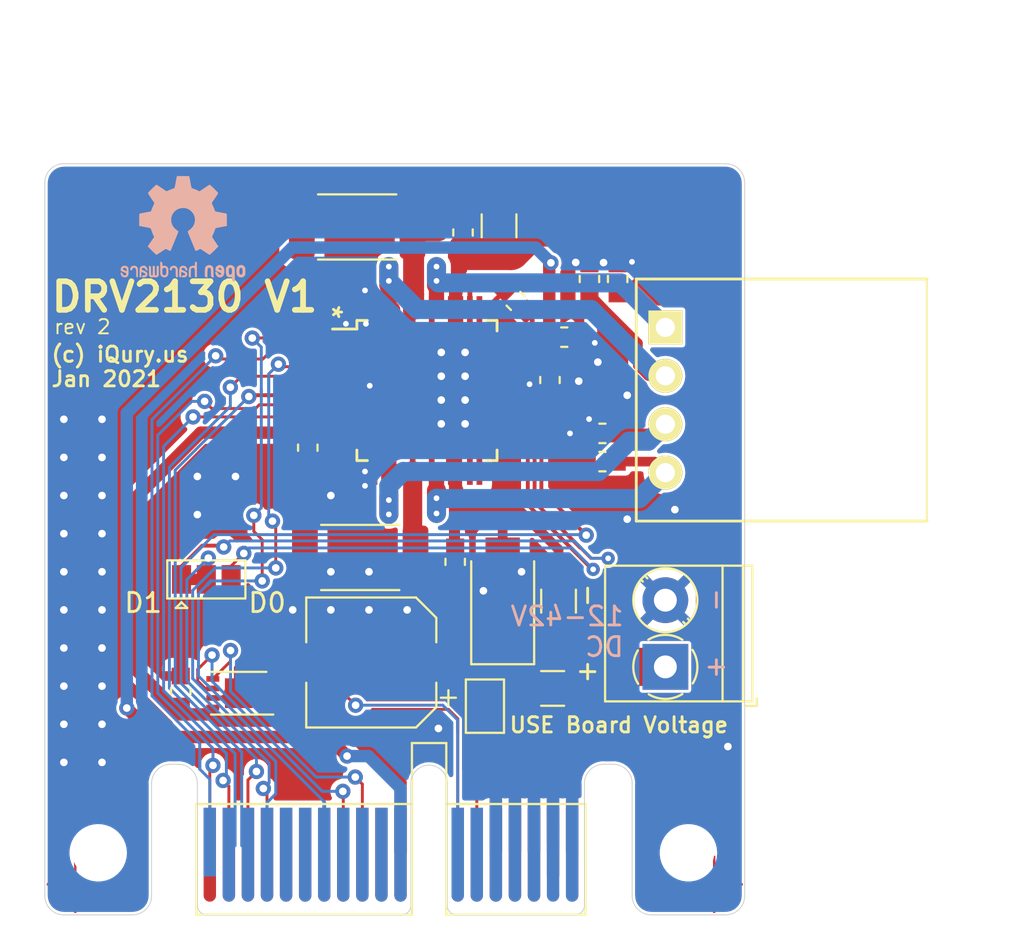
<source format=kicad_pcb>
(kicad_pcb (version 20210108) (generator pcbnew)
  (layers (0 "F.Cu" signal) (31 "B.Cu" signal) (34 "B.Paste" user) (35 "F.Paste" user) (36 "B.SilkS" user "B.Silkscreen") (37 "F.SilkS" user "F.Silkscreen") (38 "B.Mask" user) (39 "F.Mask" user) (44 "Edge.Cuts" user))
  (net 0 "")
  (net 1 "/V_MOTORS")
  (net 2 "GND")
  (net 3 "/MOTA1")
  (net 4 "/MOTA2")
  (net 5 "/MOTB1")
  (net 6 "/MOTB2")
  (net 7 "/~ENABLE")
  (net 8 "/DIR")
  (net 9 "/STEP")
  (net 10 "/ALARM1")
  (net 11 "Net-(C3-Pad1)")
  (net 12 "Net-(C3-Pad2)")
  (net 13 "/ID_1")
  (net 14 "/ID_0")
  (net 15 "/ID_2")
  (net 16 "/SDA")
  (net 17 "/SCL")
  (net 18 "/V_IO")
  (net 19 "Net-(C7-Pad2)")
  (net 20 "Net-(C10-Pad1)")
  (net 21 "Net-(C15-Pad1)")
  (net 22 "/SCK")
  (net 23 "/MISO")
  (net 24 "/MOSI")
  (net 25 "/~CS")
  (net 26 "Net-(JP1-Pad3)")
  (net 27 "Net-(JP1-Pad1)")
  (net 28 "Net-(C9-Pad2)")
  (net 29 "/V_HIGH")
  (net 30 "Net-(F1-Pad1)")
  (net 31 "/5V")
  (net 32 "/CLOCK")
  (footprint "PrntrBoardV2:C_0603_1608Metric" (layer "F.Cu") (at 122.79 89.49 -90)
    (fp_text reference "C6" hide)
    (fp_text value "0.1uF")
  )
  (footprint "PrntrBoardV2:C_0603_1608Metric" (layer "F.Cu") (at 133.69 81.79 135)
    (fp_text reference "C3" hide)
    (fp_text value "0.022uF 50V")
  )
  (footprint "PrntrBoardV2:C_1206_3216Metric" (layer "F.Cu") (at 132.82 77.85 90)
    (fp_text reference "C4" hide)
    (fp_text value "10uF 50V")
  )
  (footprint "PrntrBoardV2:Fiducial_1mm_Dia_2.54mm_Outer_CopperTop" (layer "F.Cu") (at 110.744 76.454)
    (fp_text reference "FID1" hide)
    (fp_text value "Fiducial")
  )
  (footprint "PrntrBoardV2:Fiducial_1mm_Dia_2.54mm_Outer_CopperTop" (layer "F.Cu") (at 144.1 112.4)
    (fp_text reference "FID2" hide)
    (fp_text value "Fiducial")
  )
  (footprint "PrntrBoardV2:Fiducial_1mm_Dia_2.54mm_Outer_CopperTop" (layer "F.Cu") (at 143.764 76.454)
    (fp_text reference "FID3" hide)
    (fp_text value "Fiducial")
  )
  (footprint "PrntrBoardV2:Fiducial_1mm_Dia_2.54mm_Outer_CopperTop" (layer "F.Cu") (at 110.6 112.4)
    (fp_text reference "FID4" hide)
    (fp_text value "Fiducial")
  )
  (footprint "MountingHole:MountingHole_2.7mm_M2.5" (layer "F.Cu") (at 111.8 110.744)
    (fp_text reference "H1" hide)
    (fp_text value "MountingHole")
  )
  (footprint "MountingHole:MountingHole_2.7mm_M2.5" (layer "F.Cu") (at 142.75 110.744)
    (fp_text reference "H2" hide)
    (fp_text value "MountingHole")
  )
  (footprint "Connector_PCBEdge:BUS_PCIexpress" (layer "F.Cu") (at 117.6528 110.1852)
    (fp_text reference "J1" hide)
    (fp_text value "PCIe_Stepper")
  )
  (footprint "PrntrBoardV2:Molex-SL-4POS" (layer "F.Cu") (at 141.54 86.99 90)
    (fp_text reference "J2" hide)
    (fp_text value "Conn_01x04_Male" hide)
  )
  (footprint "PrntrBoardV2:C_0603_1608Metric" (layer "F.Cu") (at 139.04 80.64 -90)
    (fp_text reference "C13" hide)
    (fp_text value "1000pF")
  )
  (footprint "Resistor_SMD:R_2512_6332Metric" (layer "F.Cu") (at 125.54 95.25 180)
    (fp_text reference "R1" hide)
    (fp_text value "0R12")
  )
  (footprint "Resistor_SMD:R_2512_6332Metric" (layer "F.Cu") (at 125.38 77.91 180)
    (fp_text reference "R2" hide)
    (fp_text value "0R12")
  )
  (footprint "PrntrBoardV2:C_0603_1608Metric" (layer "F.Cu") (at 138.24 90.22)
    (fp_text reference "C14" hide)
    (fp_text value "1000pF")
  )
  (footprint "PrntrBoardV2:TDFN-8-1EP_3x2mm_P0.5mm_EP1.56x1.45mm" (layer "F.Cu") (at 119.1708 102.3708 180)
    (fp_text reference "U2" hide)
    (fp_text value "24LC02")
  )
  (footprint "PrntrBoardV2:C_0603_1608Metric" (layer "F.Cu") (at 116.13 102.2575 90)
    (fp_text reference "C16" hide)
    (fp_text value "0.1uF")
  )
  (footprint "Capacitor_SMD:CP_Elec_6.3x7.7" (layer "F.Cu") (at 126.12 100.76 180)
    (fp_text reference "C5" hide)
    (fp_text value "100uV 35V")
  )
  (footprint "PrntrBoardV2:C_1206_3216Metric" (layer "F.Cu") (at 135.94 97.54 -90)
    (fp_text reference "C2" hide)
    (fp_text value "10uF 50V")
  )
  (footprint "PrntrBoardV2:C_0603_1608Metric" (layer "F.Cu") (at 135.49 85.94 90)
    (fp_text reference "C7" hide)
    (fp_text value "4.7uF")
  )
  (footprint "Capacitor_SMD:C_0603_1608Metric" (layer "F.Cu") (at 136.24 83.69)
    (fp_text reference "C8" hide)
    (fp_text value "0.47uF")
  )
  (footprint "PrntrBoardV2:C_0402_1005Metric" (layer "F.Cu") (at 131.14 80.74)
    (fp_text reference "C9" hide)
    (fp_text value "0.1uF 50V")
  )
  (footprint "PrntrBoardV2:C_0402_1005Metric" (layer "F.Cu") (at 130.31 97.44)
    (fp_text reference "C10" hide)
    (fp_text value "0.1uF 50V")
  )
  (footprint "PrntrBoardV2:C_0603_1608Metric" (layer "F.Cu") (at 137.56 80.64 -90)
    (fp_text reference "C11" hide)
    (fp_text value "1000pF")
  )
  (footprint "PrntrBoardV2:C_0402_1005Metric" (layer "F.Cu") (at 129.72 77.65 90)
    (fp_text reference "C15" hide)
    (fp_text value "0.1uF 50V")
  )
  (footprint "TerminalBlock_Phoenix:TerminalBlock_Phoenix_PT-1,5-2-3.5-H_1x02_P3.50mm_Horizontal" (layer "F.Cu") (at 141.54 100.99 90)
    (fp_text reference "J3" hide)
    (fp_text value "Screw_Terminal_01x02")
  )
  (footprint "Jumper:SolderJumper-3_P1.3mm_Bridged12_Pad1.0x1.5mm" (layer "F.Cu") (at 117.47 96.4)
    (fp_text reference "JP1" hide)
    (fp_text value "DIAG_Sel")
  )
  (footprint "Jumper:SolderJumper-2_P1.3mm_Open_TrianglePad1.0x1.5mm" (layer "F.Cu") (at 132.08 103.05 -90)
    (fp_text reference "JP2" hide)
    (fp_text value "Use VM")
  )
  (footprint "PrntrBoardV2:tmc5130-nc" (layer "F.Cu") (at 129.04 86.49)
    (fp_text reference "U1" hide)
    (fp_text value "TMC2130")
  )
  (footprint "PrntrBoardV2:C_0603_1608Metric" (layer "F.Cu") (at 138.24 88.74)
    (fp_text reference "C12" hide)
    (fp_text value "1000pF")
  )
  (footprint "Diode_SMD:D_SMA" (layer "F.Cu") (at 133.01 97.45 90)
    (fp_text reference "D1" hide)
    (fp_text value "SBRT5A50SA")
  )
  (footprint "Fuse:Fuse_1206_3216Metric" (layer "F.Cu") (at 135.63 102.12 180)
    (fp_text reference "F1" hide)
    (fp_text value "3A")
  )
  (footprint "PrntrBoardV2:C_0603_1608Metric" (layer "F.Cu") (at 130.93 78.2 90)
    (fp_text reference "C17" hide)
    (fp_text value "0.1uF")
  )
  (footprint "PrntrBoardV2:C_0603_1608Metric" (layer "F.Cu") (at 130.52 95.48 -90)
    (fp_text reference "C1" hide)
    (fp_text value "0.1uF")
  )
  (footprint "Symbol:OSHW-Logo2_7.3x6mm_SilkScreen" (layer "B.Cu") (at 116.25 78 180)
    (fp_text reference "LOGO1" hide)
    (fp_text value "Logo_Open_Hardware_Large" hide)
  )
  (gr_arc (start 138.8 107.1) (end 139.8 107.1) (angle -90) (layer "Edge.Cuts") (width 0.05))
  (gr_line (start 114.6 107.1) (end 114.6 113) (layer "Edge.Cuts") (width 0.05))
  (gr_line (start 115.6 106.1) (end 116 106.1) (layer "Edge.Cuts") (width 0.05))
  (gr_line (start 130.1 107.1) (end 130.1 113.5) (layer "Edge.Cuts") (width 0.05))
  (gr_arc (start 144.7 113) (end 144.7 114) (angle -90) (layer "Edge.Cuts") (width 0.05))
  (gr_line (start 138.3 106.1) (end 138.8 106.1) (layer "Edge.Cuts") (width 0.05))
  (gr_arc (start 138.3 107.1) (end 138.3 106.1) (angle -90) (layer "Edge.Cuts") (width 0.05))
  (gr_line (start 113.6 114) (end 110 114) (layer "Edge.Cuts") (width 0.05))
  (gr_arc (start 130.6 113.5) (end 130.1 113.5) (angle -90) (layer "Edge.Cuts") (width 0.05))
  (gr_line (start 109 113) (end 109 75.59) (layer "Edge.Cuts") (width 0.05))
  (gr_line (start 130.6 114) (end 136.8 114) (layer "Edge.Cuts") (width 0.05))
  (gr_arc (start 116 107.1) (end 117 107.1) (angle -90) (layer "Edge.Cuts") (width 0.05))
  (gr_line (start 117 107.1) (end 117 113.5) (layer "Edge.Cuts") (width 0.05))
  (gr_line (start 128.2 113.5) (end 128.2 107.1) (layer "Edge.Cuts") (width 0.05))
  (gr_line (start 117.5 114) (end 127.7 114) (layer "Edge.Cuts") (width 0.05))
  (gr_arc (start 129.15 107.1) (end 130.099999 107.1) (angle -180) (layer "Edge.Cuts") (width 0.05))
  (gr_arc (start 110 75.59) (end 110 74.59) (angle -90) (layer "Edge.Cuts") (width 0.05))
  (gr_line (start 144.7 74.59) (end 110 74.59) (layer "Edge.Cuts") (width 0.05))
  (gr_arc (start 136.8 113.5) (end 136.8 114) (angle -90) (layer "Edge.Cuts") (width 0.05))
  (gr_arc (start 115.6 107.1) (end 114.6 107.1) (angle 90) (layer "Edge.Cuts") (width 0.05))
  (gr_arc (start 144.7 75.59) (end 145.7 75.59) (angle -90) (layer "Edge.Cuts") (width 0.05))
  (gr_arc (start 127.7 113.5) (end 127.7 113.999999) (angle -90) (layer "Edge.Cuts") (width 0.05))
  (gr_line (start 139.8 113) (end 139.8 107.1) (layer "Edge.Cuts") (width 0.05))
  (gr_arc (start 140.8 113) (end 139.8 113) (angle -90) (layer "Edge.Cuts") (width 0.05))
  (gr_line (start 140.8 114) (end 144.7 114) (layer "Edge.Cuts") (width 0.05))
  (gr_arc (start 110 113) (end 109 113) (angle -90) (layer "Edge.Cuts") (width 0.05))
  (gr_arc (start 117.5 113.5) (end 117 113.5) (angle -90) (layer "Edge.Cuts") (width 0.05))
  (gr_arc (start 113.6 113) (end 113.6 114) (angle -90) (layer "Edge.Cuts") (width 0.05))
  (gr_line (start 145.7 113) (end 145.7 75.59) (layer "Edge.Cuts") (width 0.05))
  (gr_line (start 137.3 113.5) (end 137.3 107.1) (layer "Edge.Cuts") (width 0.05))
  (gr_text "+   -" (at 144.29 99.24 270) (layer "B.SilkS") (effects (font (size 1 1)) (justify mirror)))
  (gr_text "12-42V\nDC" (at 139.44 99.14) (layer "B.SilkS") (effects (font (size 1 1)) (justify left mirror)))
  (gr_text "DRV2130 V1" (at 116.328571 81.58) (layer "F.SilkS") (effects (font (size 1.5 1.5) (thickness 0.3))))
  (gr_text "(c) iQury.us\nJan 2021" (at 109.27 85.24) (layer "F.SilkS") (effects (font (size 0.8 0.8)) (justify left)))
  (gr_text "D0" (at 120.66 97.63) (layer "F.SilkS") (effects (font (size 1 1))))
  (gr_text "-" (at 137.54 97.24 270) (layer "F.SilkS") (effects (font (size 1 1))))
  (gr_text "D1" (at 114.16 97.63) (layer "F.SilkS") (effects (font (size 1 1))))
  (gr_text "USE Board Voltage" (at 133.29 104.04) (layer "F.SilkS") (effects (font (size 0.8 0.8)) (justify left)))
  (gr_text "rev 2" (at 110.97 83.15) (layer "F.SilkS") (effects (font (size 0.75 0.75) (thickness 0.1))))
  (gr_text "+" (at 137.54 101.24 270) (layer "F.SilkS") (effects (font (size 1 1))))
  (gr_text "*" (at 124.02 82.374 270) (layer "F.SilkS") (effects (font (size 1 1))))
  (segment (start 132.6528 106.5972) (end 132.6528 110.6852) (width 0.65) (layer "F.Cu") (net 1))
  (segment (start 133.6528 107.3428) (end 132.12 105.81) (width 0.65) (layer "F.Cu") (net 1))
  (segment (start 136.6528 106.6278) (end 136.6222 106.5972) (width 0.65) (layer "F.Cu") (net 1))
  (segment (start 136.6222 106.5972) (end 132.6528 106.5972) (width 0.65) (layer "F.Cu") (net 1))
  (segment (start 134.6528 110.6852) (end 134.6528 106.8472) (width 0.65) (layer "F.Cu") (net 1))
  (segment (start 133.6528 110.6852) (end 133.6528 107.3428) (width 0.65) (layer "F.Cu") (net 1))
  (segment (start 132.6528 106.5972) (end 132.11 104.33) (width 1.5) (layer "F.Cu") (net 1))
  (segment (start 136.6528 110.6852) (end 136.6528 106.6278) (width 0.65) (layer "F.Cu") (net 1))
  (segment (start 135.6528 110.1852) (end 135.64 106.65) (width 0.65) (layer "F.Cu") (net 1))
  (segment (start 126.29 81.74) (end 126.29 83.294) (width 0.254) (layer "F.Cu") (net 2))
  (segment (start 131.29 97.0375) (end 130.52 96.2675) (width 1) (layer "F.Cu") (net 2))
  (segment (start 131.79 88.99) (end 131.04 88.24) (width 0.254) (layer "F.Cu") (net 2))
  (segment (start 133 97) (end 134 96) (width 1) (layer "F.Cu") (net 2))
  (segment (start 132.236 83.74) (end 129.486 86.49) (width 0.254) (layer "F.Cu") (net 2))
  (segment (start 139.04 79.8525) (end 138.14 79.8525) (width 0.508) (layer "F.Cu") (net 2))
  (segment (start 126.29 82.54) (end 125.84 82.99) (width 0.254) (layer "F.Cu") (net 2))
  (segment (start 133.24 83.74) (end 132.236 83.74) (width 0.254) (layer "F.Cu") (net 2))
  (segment (start 124.84 86.24) (end 128.79 86.24) (width 0.254) (layer "F.Cu") (net 2))
  (segment (start 136.86 82.6) (end 137.01 82.6) (width 0.508) (layer "F.Cu") (net 2))
  (segment (start 133.24 85.74) (end 134.0027 85.74) (width 0.25) (layer "F.Cu") (net 2))
  (segment (start 136.57 80.04) (end 136.57 82.31) (width 0.508) (layer "F.Cu") (net 2))
  (segment (start 131.29 97.71) (end 131.29 97.0375) (width 1) (layer "F.Cu") (net 2))
  (segment (start 136.9225 79.8525) (end 136.84 79.77) (width 0.508) (layer "F.Cu") (net 2))
  (segment (start 131.79 90.69) (end 131.79 88.99) (width 0.254) (layer "F.Cu") (net 2))
  (segment (start 137.54 83.69) (end 137.84 83.99) (width 0.25) (layer "F.Cu") (net 2))
  (segment (start 134.4213 86.1586) (end 134.9211 86.1586) (width 0.25) (layer "F.Cu") (net 2))
  (segment (start 126.29 90.99) (end 125.79 91.49) (width 0.25) (layer "F.Cu") (net 2))
  (segment (start 126.29 83.294) (end 129.04 86.044) (width 0.254) (layer "F.Cu") (net 2))
  (segment (start 133.24 86.24) (end 134.3399 86.24) (width 0.25) (layer "F.Cu") (net 2))
  (segment (start 126.29 90.09) (end 129.04 87.34) (width 0.254) (layer "F.Cu") (net 2))
  (segment (start 138.14 79.8525) (end 136.9225 79.8525) (width 0.508) (layer "F.Cu") (net 2))
  (segment (start 134.0027 85.74) (end 134.4213 86.1586) (width 0.25) (layer "F.Cu") (net 2))
  (segment (start 131.29 97.71) (end 130 99) (width 1) (layer "F.Cu") (net 2))
  (segment (start 132 97) (end 133 97) (width 1) (layer "F.Cu") (net 2))
  (segment (start 136.84 79.77) (end 136.57 80.04) (width 0.508) (layer "F.Cu") (net 2))
  (segment (start 124.84 83.74) (end 126.54 83.74) (width 0.254) (layer "F.Cu") (net 2))
  (segment (start 126.54 83.74) (end 127.29 84.49) (width 0.254) (layer "F.Cu") (net 2))
  (segment (start 137.0275 83.69) (end 137.54 83.69) (width 0.25) (layer "F.Cu") (net 2))
  (segment (start 134.9211 86.1586) (end 135.49 86.7275) (width 0.25) (layer "F.Cu") (net 2))
  (segment (start 133.24 86.24) (end 129.29 86.24) (width 0.254) (layer "F.Cu") (net 2))
  (segment (start 137.01 82.6) (end 137.0275 82.6175) (width 0.508) (layer "F.Cu") (net 2))
  (segment (start 134.3399 86.24) (end 134.4213 86.1586) (width 0.25) (layer "F.Cu") (net 2))
  (segment (start 133.01 95.99) (end 131.29 97.71) (width 1) (layer "F.Cu") (net 2))
  (segment (start 117.8108 102.6208) (end 118.9208 102.6208) (width 0.254) (layer "F.Cu") (net 2))
  (segment (start 126.29 81.74) (end 125.79 81.24) (width 0.254) (layer "F.Cu") (net 2))
  (segment (start 136.57 82.31) (end 136.86 82.6) (width 0.508) (layer "F.Cu") (net 2))
  (segment (start 137.0275 82.6175) (end 137.0275 83.69) (width 0.508) (layer "F.Cu") (net 2))
  (via (at 131.04 86.99) (size 0.8) (drill 0.4) (layers "F.Cu" "B.Cu") (net 2))
  (via (at 131.04 85.74) (size 0.8) (drill 0.4) (layers "F.Cu" "B.Cu") (net 2))
  (via (at 131.04 84.49) (size 0.8) (drill 0.4) (layers "F.Cu" "B.Cu") (net 2))
  (via (at 131.04 88.24) (size 0.8) (drill 0.4) (layers "F.Cu" "B.Cu") (net 2))
  (via (at 129.79 88.24) (size 0.8) (drill 0.4) (layers "F.Cu" "B.Cu") (net 2))
  (via (at 129.79 84.49) (size 0.8) (drill 0.4) (layers "F.Cu" "B.Cu") (net 2))
  (via (at 129.79 85.74) (size 0.8) (drill 0.4) (layers "F.Cu" "B.Cu") (net 2))
  (via (at 129.79 86.99) (size 0.8) (drill 0.4) (layers "F.Cu" "B.Cu") (net 2))
  (via (at 139.54 86.74) (size 0.8) (drill 0.4) (layers "F.Cu" "B.Cu") (net 2))
  (via (at 112 88) (size 0.8) (drill 0.4) (layers "F.Cu" "B.Cu") (net 2))
  (via (at 126 98) (size 0.8) (drill 0.4) (layers "F.Cu" "B.Cu") (net 2))
  (via (at 110 98) (size 0.8) (drill 0.4) (layers "F.Cu" "B.Cu") (net 2))
  (via (at 117 93) (size 0.8) (drill 0.4) (layers "F.Cu" "B.Cu") (net 2))
  (via (at 142.04 92.74) (size 0.8) (drill 0.4) (layers "F.Cu" "B.Cu") (net 2))
  (via (at 125.79 81.24) (size 0.7) (drill 0.3) (layers "F.Cu" "B.Cu") (net 2))
  (via (at 117 91) (size 0.8) (drill 0.4) (layers "F.Cu" "B.Cu") (net 2))
  (via (at 134.4213 86.1586) (size 0.7) (drill 0.3) (layers "F.Cu" "B.Cu") (net 2))
  (via (at 124 98) (size 0.8) (drill 0.4) (layers "F.Cu" "B.Cu") (net 2))
  (via (at 126 96) (size 0.8) (drill 0.4) (layers "F.Cu" "B.Cu") (net 2))
  (via (at 125.79 91.49) (size 0.7) (drill 0.3) (layers "F.Cu" "B.Cu") (net 2))
  (via (at 139.79 79.74) (size 0.7) (drill 0.3) (layers "F.Cu" "B.Cu") (net 2))
  (via (at 125.79 90.74) (size 0.7) (drill 0.3) (layers "F.Cu" "B.Cu") (net 2))
  (via (at 124 96) (size 0.8) (drill 0.4) (layers "F.Cu" "B.Cu") (net 2))
  (via (at 110 106) (size 0.8) (drill 0.4) (layers "F.Cu" "B.Cu") (net 2))
  (via (at 138.3 79.78) (size 0.8) (drill 0.4) (layers "F.Cu" "B.Cu") (net 2))
  (via (at 110 96) (size 0.8) (drill 0.4) (layers "F.Cu" "B.Cu") (net 2))
  (via (at 112 94) (size 0.8) (drill 0.4) (layers "F.Cu" "B.Cu") (net 2))
  (via (at 125.84 82.99) (size 0.7) (drill 0.3) (layers "F.Cu" "B.Cu") (net 2))
  (via (at 112 96) (size 0.8) (drill 0.4) (layers "F.Cu" "B.Cu") (net 2))
  (via (at 137.84 83.99) (size 0.7) (drill 0.3) (layers "F.Cu" "B.Cu") (net 2))
  (via (at 112 98) (size 0.8) (drill 0.4) (layers "F.Cu" "B.Cu") (net 2))
  (via (at 139.54 93.24) (size 0.8) (drill 0.4) (layers "F.Cu" "B.Cu") (net 2))
  (via (at 112 100) (size 0.8) (drill 0.4) (layers "F.Cu" "B.Cu") (net 2))
  (via (at 110 88) (size 0.8) (drill 0.4) (layers "F.Cu" "B.Cu") (net 2))
  (via (at 110 94) (size 0.8) (drill 0.4) (layers "F.Cu" "B.Cu") (net 2))
  (via (at 122 98) (size 0.8) (drill 0.4) (layers "F.Cu" "B.Cu") (net 2))
  (via (at 138 85) (size 0.8) (drill 0.4) (layers "F.Cu" "B.Cu") (net 2))
  (via (at 112 92) (size 0.8) (drill 0.4) (layers "F.Cu" "B.Cu") (net 2))
  (via (at 126.04 86.24) (size 0.7) (drill 0.3) (layers "F.Cu" "B.Cu") (net 2))
  (via (at 112 102) (size 0.8) (drill 0.4) (layers "F.Cu" "B.Cu") (net 2))
  (via (at 124 92) (size 0.8) (drill 0.4) (layers "F.Cu" "B.Cu") (net 2))
  (via (at 128 98) (size 0.8) (drill 0.4) (layers "F.Cu" "B.Cu") (net 2))
  (via (at 112 106) (size 0.8) (drill 0.4) (layers "F.Cu" "B.Cu") (net 2))
  (via (at 137.54 87.99) (size 0.7) (drill 0.3) (layers "F.Cu" "B.Cu") (net 2))
  (via (at 129.64 104.22) (size 0.8) (drill 0.4) (layers "F.Cu" "B.Cu") (net 2))
  (via (at 112 90) (size 0.8) (drill 0.4) (layers "F.Cu" "B.Cu") (net 2))
  (via (at 110 100) (size 0.8) (drill 0.4) (layers "F.Cu" "B.Cu") (net 2))
  (via (at 144.82 105.17) (size 0.8) (drill 0.4) (layers "F.Cu" "B.Cu") (net 2))
  (via (at 110 90) (size 0.8) (drill 0.4) (layers "F.Cu" "B.Cu") (net 2))
  (via (at 136.54 88.74) (size 0.7) (drill 0.3) (layers "F.Cu" "B.Cu") (net 2))
  (via (at 124.79 82.99) (size 0.7) (drill 0.3) (layers "F.Cu" "B.Cu") (net 2))
  (via (at 137 86) (size 0.8) (drill 0.4) (layers "F.Cu" "B.Cu") (net 2))
  (via (at 110 92) (size 0.8) (drill 0.4) (layers "F.Cu" "B.Cu") (net 2))
  (via (at 110 104) (size 0.8) (drill 0.4) (layers "F.Cu" "B.Cu") (net 2))
  (via (at 110 102) (size 0.8) (drill 0.4) (layers "F.Cu" "B.Cu") (net 2))
  (via (at 112 104) (size 0.8) (drill 0.4) (layers "F.Cu" "B.Cu") (net 2))
  (via (at 134 96) (size 0.8) (drill 0.4) (layers "F.Cu" "B.Cu") (net 2))
  (via (at 136.84 79.77) (size 0.8) (drill 0.4) (layers "F.Cu" "B.Cu") (net 2))
  (via (at 132 97) (size 0.8) (drill 0.4) (layers "F.Cu" "B.Cu") (net 2))
  (via (at 119 91) (size 0.8) (drill 0.4) (layers "F.Cu" "B.Cu") (net 2))
  (segment (start 135.6528 110.6852) (end 135.6528 107.0972) (width 0.65) (layer "B.Cu") (net 2))
  (segment (start 134.6528 110.6852) (end 134.6528 107.7352) (width 0.65) (layer "B.Cu") (net 2))
  (segment (start 136.6528 110.6852) (end 136.6528 107.7352) (width 0.65) (layer "B.Cu") (net 2))
  (segment (start 133.6528 110.6852) (end 133.6528 107.5972) (width 0.65) (layer "B.Cu") (net 2))
  (segment (start 134.6528 107.7352) (end 134.75 107.638) (width 0.65) (layer "B.Cu") (net 2))
  (segment (start 132.6528 110.6852) (end 132.6528 107.7352) (width 0.65) (layer "B.Cu") (net 2))
  (segment (start 136.6528 107.7352) (end 136.5 107.5824) (width 0.65) (layer "B.Cu") (net 2))
  (segment (start 136.5 107.5824) (end 136.5 107) (width 0.65) (layer "B.Cu") (net 2))
  (segment (start 140.64 85.72) (end 141.54 85.72) (width 0.508) (layer "F.Cu") (net 3))
  (segment (start 138.323 82.2275) (end 140.1 84.0045) (width 0.508) (layer "F.Cu") (net 3))
  (segment (start 127.04 82.04) (end 127.23759 82.23759) (width 0.8) (layer "F.Cu") (net 3))
  (segment (start 127.04 79.99) (end 127.04 80.965678) (width 1) (layer "F.Cu") (net 3))
  (segment (start 140.1 85.18) (end 140.64 85.72) (width 0.508) (layer "F.Cu") (net 3))
  (segment (start 140.1 84.0045) (end 140.1 85.18) (width 0.508) (layer "F.Cu") (net 3))
  (segment (start 127.04 80.74) (end 127.04 82.04) (width 0.8) (layer "F.Cu") (net 3))
  (segment (start 137.56 81.4275) (end 138.323 82.2275) (width 0.508) (layer "F.Cu") (net 3))
  (via (at 127.04 80.74) (size 0.7) (drill 0.3) (layers "F.Cu" "B.Cu") (net 3))
  (via (at 127.04 79.99) (size 0.7) (drill 0.3) (layers "F.Cu" "B.Cu") (net 3))
  (segment (start 128.54 82.24) (end 137.647678 82.24) (width 1) (layer "B.Cu") (net 3))
  (segment (start 141.127678 85.72) (end 141.54 85.72) (width 1) (layer "B.Cu") (net 3))
  (segment (start 137.647678 82.24) (end 141.127678 85.72) (width 1) (layer "B.Cu") (net 3))
  (segment (start 128.54 82.24) (end 127.04 80.74) (width 1) (layer "B.Cu") (net 3))
  (segment (start 127.04 79.99) (end 127.04 80.74) (width 1) (layer "B.Cu") (net 3))
  (segment (start 139.7875 81.4275) (end 141.54 83.18) (width 0.508) (layer "F.Cu") (net 4))
  (segment (start 129.54 82.04) (end 129.54 80.74) (width 0.8) (layer "F.Cu") (net 4))
  (segment (start 129.54 79.99) (end 129.54 80.965678) (width 1) (layer "F.Cu") (net 4))
  (segment (start 129.34241 82.23759) (end 129.34241 82.29) (width 0.8) (layer "F.Cu") (net 4))
  (segment (start 139.04 81.4275) (end 139.7875 81.4275) (width 0.508) (layer "F.Cu") (net 4))
  (segment (start 129.54 82.04) (end 129.34241 82.23759) (width 0.8) (layer "F.Cu") (net 4))
  (via (at 129.54 80.74) (size 0.7) (drill 0.3) (layers "F.Cu" "B.Cu") (net 4))
  (via (at 129.54 79.99) (size 0.7) (drill 0.3) (layers "F.Cu" "B.Cu") (net 4))
  (segment (start 141.54 83.18) (end 139.202401 80.842401) (width 1) (layer "B.Cu") (net 4))
  (segment (start 129.54 79.99) (end 129.54 80.74) (width 1) (layer "B.Cu") (net 4))
  (segment (start 129.642401 80.842401) (end 129.54 80.74) (width 1) (layer "B.Cu") (net 4))
  (segment (start 139.202401 80.842401) (end 129.642401 80.842401) (width 1) (layer "B.Cu") (net 4))
  (segment (start 127.04 92.014322) (end 127.04 90.94) (width 0.8) (layer "F.Cu") (net 5))
  (segment (start 139.0275 88.74) (end 141.06 88.74) (width 0.508) (layer "F.Cu") (net 5))
  (segment (start 127.23759 90.74241) (end 127.23759 90.69) (width 0.8) (layer "F.Cu") (net 5))
  (segment (start 141.06 88.74) (end 141.54 88.26) (width 0.508) (layer "F.Cu") (net 5))
  (segment (start 127.04 90.94) (end 127.23759 90.74241) (width 0.8) (layer "F.Cu") (net 5))
  (segment (start 127.04 92.99) (end 127.04 92.014322) (width 1) (layer "F.Cu") (net 5))
  (via (at 127.04 92.99) (size 0.7) (drill 0.3) (layers "F.Cu" "B.Cu") (net 5))
  (via (at 127.04 92.24) (size 0.7) (drill 0.3) (layers "F.Cu" "B.Cu") (net 5))
  (segment (start 139.631001 89.148999) (end 138.04 90.74) (width 1) (layer "B.Cu") (net 5))
  (segment (start 141.54 88.26) (end 140.651001 89.148999) (width 1) (layer "B.Cu") (net 5))
  (segment (start 127.79 90.74) (end 127.04 91.49) (width 1) (layer "B.Cu") (net 5))
  (segment (start 140.651001 89.148999) (end 139.631001 89.148999) (width 1) (layer "B.Cu") (net 5))
  (segment (start 138.04 90.74) (end 127.79 90.74) (width 1) (layer "B.Cu") (net 5))
  (segment (start 127.04 91.49) (end 127.04 92.99) (width 1) (layer "B.Cu") (net 5))
  (segment (start 129.54 90.94) (end 129.34241 90.74241) (width 0.8) (layer "F.Cu") (net 6))
  (segment (start 140.96 90.22) (end 141.54 90.8) (width 0.508) (layer "F.Cu") (net 6))
  (segment (start 129.54 91.74) (end 129.54 90.94) (width 0.8) (layer "F.Cu") (net 6))
  (segment (start 129.54 92.94) (end 129.54 91.74) (width 1) (layer "F.Cu") (net 6))
  (segment (start 129.34241 90.74241) (end 129.34241 90.69) (width 0.8) (layer "F.Cu") (net 6))
  (segment (start 139.0275 90.22) (end 140.96 90.22) (width 0.508) (layer "F.Cu") (net 6))
  (via (at 129.54 92.14) (size 0.7) (drill 0.3) (layers "F.Cu" "B.Cu") (net 6))
  (via (at 129.54 92.94) (size 0.7) (drill 0.3) (layers "F.Cu" "B.Cu") (net 6))
  (segment (start 141.54 90.8) (end 140.18 92.16) (width 1) (layer "B.Cu") (net 6))
  (segment (start 129.56 92.16) (end 129.54 92.14) (width 1) (layer "B.Cu") (net 6))
  (segment (start 129.54 92.14) (end 129.54 92.94) (width 1) (layer "B.Cu") (net 6))
  (segment (start 140.18 92.16) (end 129.56 92.16) (width 1) (layer "B.Cu") (net 6))
  (segment (start 134.1932 87.24) (end 135.04 88.0868) (width 0.2032) (layer "F.Cu") (net 7))
  (segment (start 119.6528 106.924296) (end 120.098519 106.478577) (width 0.1524) (layer "F.Cu") (net 7))
  (segment (start 135.04 88.0868) (end 135.04 91.73) (width 0.2032) (layer "F.Cu") (net 7))
  (segment (start 133.24 87.24) (end 134.1932 87.24) (width 0.2032) (layer "F.Cu") (net 7))
  (segment (start 119.6528 110.6852) (end 119.6528 106.924296) (width 0.1524) (layer "F.Cu") (net 7))
  (segment (start 135.04 91.73) (end 137.39 94.08) (width 0.2032) (layer "F.Cu") (net 7))
  (via (at 137.39 94.08) (size 0.8) (drill 0.4) (layers "F.Cu" "B.Cu") (net 7))
  (via (at 120.098519 106.478577) (size 0.8) (drill 0.4) (layers "F.Cu" "B.Cu") (net 7))
  (segment (start 116.144055 95.784877) (end 116.144055 101.850851) (width 0.1524) (layer "B.Cu") (net 7))
  (segment (start 116.144055 101.850851) (end 120.098519 105.805315) (width 0.1524) (layer "B.Cu") (net 7))
  (segment (start 137.39 94.08) (end 137.361399 94.051399) (width 0.1524) (layer "B.Cu") (net 7))
  (segment (start 117.877533 94.051399) (end 116.144055 95.784877) (width 0.1524) (layer "B.Cu") (net 7))
  (segment (start 120.098519 105.805315) (end 120.098519 106.478577) (width 0.1524) (layer "B.Cu") (net 7))
  (segment (start 137.361399 94.051399) (end 117.877533 94.051399) (width 0.1524) (layer "B.Cu") (net 7))
  (segment (start 123.184579 87.875421) (end 123.32 87.74) (width 0.1524) (layer "F.Cu") (net 8))
  (segment (start 116.775421 87.875421) (end 123.184579 87.875421) (width 0.1524) (layer "F.Cu") (net 8))
  (segment (start 123.32 87.74) (end 124.84 87.74) (width 0.1524) (layer "F.Cu") (net 8))
  (segment (start 118.6528 110.6852) (end 118.6528 107.2528) (width 0.1524) (layer "F.Cu") (net 8))
  (segment (start 124.84 87.74) (end 123.8868 87.74) (width 0.2032) (layer "F.Cu") (net 8))
  (segment (start 118.6528 107.2528) (end 118.350505 106.950505) (width 0.1524) (layer "F.Cu") (net 8))
  (via (at 116.775421 87.875421) (size 0.8) (drill 0.4) (layers "F.Cu" "B.Cu") (net 8))
  (via (at 118.350505 106.950505) (size 0.8) (drill 0.4) (layers "F.Cu" "B.Cu") (net 8))
  (segment (start 118.521399 106.779611) (end 118.350505 106.950505) (width 0.1524) (layer "B.Cu") (net 8))
  (segment (start 115.229622 102.248554) (end 118.521399 105.540331) (width 0.1524) (layer "B.Cu") (net 8))
  (segment (start 115.229622 89.42122) (end 115.229622 102.248554) (width 0.1524) (layer "B.Cu") (net 8))
  (segment (start 118.521399 105.540331) (end 118.521399 106.779611) (width 0.1524) (layer "B.Cu") (net 8))
  (segment (start 116.775421 87.875421) (end 115.229622 89.42122) (width 0.1524) (layer "B.Cu") (net 8))
  (segment (start 117.6528 106.322599) (end 117.818789 106.15661) (width 0.1524) (layer "F.Cu") (net 9))
  (segment (start 117.6528 110.6852) (end 117.6528 106.322599) (width 0.1524) (layer "F.Cu") (net 9))
  (segment (start 117.38 87.06) (end 117.73 87.06) (width 0.1524) (layer "F.Cu") (net 9))
  (segment (start 124.76 87.32) (end 124.84 87.24) (width 0.1524) (layer "F.Cu") (net 9))
  (segment (start 120.053139 87.435189) (end 117.755189 87.435189) (width 0.1524) (layer "F.Cu") (net 9))
  (segment (start 124.84 87.24) (end 123.889709 87.24) (width 0.2032) (layer "F.Cu") (net 9))
  (segment (start 120.248328 87.24) (end 120.053139 87.435189) (width 0.1524) (layer "F.Cu") (net 9))
  (segment (start 124.84 87.24) (end 120.248328 87.24) (width 0.1524) (layer "F.Cu") (net 9))
  (segment (start 117.755189 87.435189) (end 117.38 87.06) (width 0.1524) (layer "F.Cu") (net 9))
  (via (at 117.818789 106.15661) (size 0.8) (drill 0.4) (layers "F.Cu" "B.Cu") (net 9))
  (via (at 117.38 87.06) (size 0.8) (drill 0.4) (layers "F.Cu" "B.Cu") (net 9))
  (segment (start 114.924811 102.374811) (end 117.818789 105.268789) (width 0.1524) (layer "B.Cu") (net 9))
  (segment (start 114.924811 88.837041) (end 114.924811 102.374811) (width 0.1524) (layer "B.Cu") (net 9))
  (segment (start 117.38 87.06) (end 116.701852 87.06) (width 0.1524) (layer "B.Cu") (net 9))
  (segment (start 116.701852 87.06) (end 114.924811 88.837041) (width 0.1524) (layer "B.Cu") (net 9))
  (segment (start 117.818789 105.268789) (end 117.818789 106.15661) (width 0.1524) (layer "B.Cu") (net 9))
  (segment (start 117.648845 96.221155) (end 117.648845 95.355104) (width 0.1524) (layer "F.Cu") (net 10))
  (segment (start 120.6528 107.5628) (end 120.46 107.37) (width 0.1524) (layer "F.Cu") (net 10))
  (segment (start 120.6528 110.6852) (end 120.6528 107.5628) (width 0.1524) (layer "F.Cu") (net 10))
  (segment (start 117.648845 95.355104) (end 117.575954 95.282213) (width 0.1524) (layer "F.Cu") (net 10))
  (via (at 117.575954 95.282213) (size 0.8) (drill 0.4) (layers "F.Cu" "B.Cu") (net 10))
  (via (at 120.46 107.37) (size 0.8) (drill 0.4) (layers "F.Cu" "B.Cu") (net 10))
  (segment (start 120.46 107.37) (end 120.764979 107.065021) (width 0.1524) (layer "B.Cu") (net 10))
  (segment (start 120.764979 106.040707) (end 116.448866 101.724594) (width 0.1524) (layer "B.Cu") (net 10))
  (segment (start 116.448866 101.724594) (end 116.448866 96.409301) (width 0.1524) (layer "B.Cu") (net 10))
  (segment (start 116.448866 96.409301) (end 117.575954 95.282213) (width 0.1524) (layer "B.Cu") (net 10))
  (segment (start 120.764979 107.065021) (end 120.764979 106.040707) (width 0.1524) (layer "B.Cu") (net 10))
  (segment (start 133.310599 84.169401) (end 134.213521 84.169401) (width 0.254) (layer "F.Cu") (net 11))
  (segment (start 134.556206 83.826716) (end 134.556206 82.656206) (width 0.254) (layer "F.Cu") (net 11))
  (segment (start 134.556206 82.656206) (end 134.246847 82.346847) (width 0.254) (layer "F.Cu") (net 11))
  (segment (start 134.213521 84.169401) (end 134.556206 83.826716) (width 0.254) (layer "F.Cu") (net 11))
  (segment (start 133.24 84.24) (end 133.310599 84.169401) (width 0.254) (layer "F.Cu") (net 11))
  (segment (start 132.076306 82.29) (end 133.133153 81.233153) (width 0.254) (layer "F.Cu") (net 12))
  (segment (start 131.79 82.29) (end 132.076306 82.29) (width 0.254) (layer "F.Cu") (net 12))
  (segment (start 124.918284 102.6208) (end 125.298543 103.001059) (width 0.1524) (layer "F.Cu") (net 13))
  (segment (start 120.5308 102.6208) (end 124.918284 102.6208) (width 0.1524) (layer "F.Cu") (net 13))
  (via (at 125.298543 103.001059) (size 0.8) (drill 0.4) (layers "F.Cu" "B.Cu") (net 13))
  (segment (start 130.6528 103.7828) (end 129.871059 103.001059) (width 0.1524) (layer "B.Cu") (net 13))
  (segment (start 129.871059 103.001059) (end 125.298543 103.001059) (width 0.1524) (layer "B.Cu") (net 13))
  (segment (start 130.6528 110.6852) (end 130.6528 103.7828) (width 0.1524) (layer "B.Cu") (net 13))
  (segment (start 130.6528 103.7028) (end 130.6528 110.6852) (width 0.1524) (layer "F.Cu") (net 14))
  (segment (start 130.17 103.22) (end 130.6528 103.7028) (width 0.1524) (layer "F.Cu") (net 14))
  (segment (start 120.5308 103.1208) (end 124.487954 103.1208) (width 0.1524) (layer "F.Cu") (net 14))
  (segment (start 124.487954 103.1208) (end 125.069954 103.7028) (width 0.1524) (layer "F.Cu") (net 14))
  (segment (start 125.7072 103.7028) (end 126.19 103.22) (width 0.1524) (layer "F.Cu") (net 14))
  (segment (start 125.069954 103.7028) (end 125.7072 103.7028) (width 0.1524) (layer "F.Cu") (net 14))
  (segment (start 130.6528 103.7028) (end 130.6528 104.4428) (width 0.1524) (layer "F.Cu") (net 14))
  (segment (start 126.19 103.22) (end 130.17 103.22) (width 0.1524) (layer "F.Cu") (net 14))
  (segment (start 130.957611 102.947611) (end 130.73 102.72) (width 0.1524) (layer "F.Cu") (net 15))
  (segment (start 125.906474 102.72) (end 125.277873 102.091399) (width 0.1524) (layer "F.Cu") (net 15))
  (segment (start 130.957611 106.376543) (end 130.957611 102.947611) (width 0.1524) (layer "F.Cu") (net 15))
  (segment (start 130.73 102.72) (end 125.906474 102.72) (width 0.1524) (layer "F.Cu") (net 15))
  (segment (start 125.277873 102.091399) (end 120.560201 102.091399) (width 0.1524) (layer "F.Cu") (net 15))
  (segment (start 131.6528 107.071732) (end 130.957611 106.376543) (width 0.1524) (layer "F.Cu") (net 15))
  (segment (start 131.6528 110.6852) (end 131.6528 107.071732) (width 0.1524) (layer "F.Cu") (net 15))
  (segment (start 118.03 101.4016) (end 117.8108 101.6208) (width 0.1524) (layer "F.Cu") (net 16))
  (segment (start 125.6528 107.1428) (end 125.28 106.77) (width 0.1524) (layer "F.Cu") (net 16))
  (segment (start 117.8108 101.6208) (end 118.74 100.6916) (width 0.1524) (layer "F.Cu") (net 16))
  (segment (start 118.74 100.6916) (end 118.74 100.13) (width 0.1524) (layer "F.Cu") (net 16))
  (segment (start 125.6528 110.6852) (end 125.6528 107.1428) (width 0.1524) (layer "F.Cu") (net 16))
  (via (at 125.28 106.77) (size 0.8) (drill 0.4) (layers "F.Cu" "B.Cu") (net 16))
  (via (at 118.74 100.13) (size 0.8) (drill 0.4) (layers "F.Cu" "B.Cu") (net 16))
  (segment (start 123.229671 106.77) (end 118.74 102.28033) (width 0.1524) (layer "B.Cu") (net 16))
  (segment (start 118.74 102.28033) (end 118.74 100.13) (width 0.1524) (layer "B.Cu") (net 16))
  (segment (start 125.28 106.77) (end 123.229671 106.77) (width 0.1524) (layer "B.Cu") (net 16))
  (segment (start 117.018424 101.121576) (end 117.77 100.37) (width 0.1524) (layer "F.Cu") (net 17))
  (segment (start 117.4093 102.1208) (end 117.018424 101.729924) (width 0.1524) (layer "F.Cu") (net 17))
  (segment (start 124.6528 110.6852) (end 124.6528 107.5428) (width 0.1524) (layer "F.Cu") (net 17))
  (segment (start 117.018424 101.729924) (end 117.018424 101.153776) (width 0.1524) (layer "F.Cu") (net 17))
  (segment (start 117.8108 102.1208) (end 117.4093 102.1208) (width 0.1524) (layer "F.Cu") (net 17))
  (segment (start 124.6528 107.5428) (end 124.63 107.52) (width 0.1524) (layer "F.Cu") (net 17))
  (segment (start 117.018424 101.153776) (end 117.018424 101.121576) (width 0.1524) (layer "F.Cu") (net 17))
  (via (at 117.77 100.37) (size 0.8) (drill 0.4) (layers "F.Cu" "B.Cu") (net 17))
  (via (at 124.63 107.52) (size 0.8) (drill 0.4) (layers "F.Cu" "B.Cu") (net 17))
  (segment (start 117.77 101.741398) (end 118.149301 102.120699) (width 0.1524) (layer "B.Cu") (net 17))
  (segment (start 123.548603 107.52) (end 118.149301 102.120699) (width 0.1524) (layer "B.Cu") (net 17))
  (segment (start 117.77 100.37) (end 117.77 101.741398) (width 0.1524) (layer "B.Cu") (net 17))
  (segment (start 124.63 107.52) (end 123.548603 107.52) (width 0.1524) (layer "B.Cu") (net 17))
  (segment (start 123.2525 88.24) (end 122.79 88.7025) (width 0.254) (layer "F.Cu") (net 18))
  (segment (start 117.8108 103.4558) (end 117.7833 103.4833) (width 0.254) (layer "F.Cu") (net 18))
  (segment (start 113.75 101.11) (end 113.75 92.127544) (width 0.65) (layer "F.Cu") (net 18))
  (segment (start 117.175044 88.7025) (end 122.79 88.7025) (width 0.65) (layer "F.Cu") (net 18))
  (segment (start 116.1233 103.4833) (end 113.75 101.11) (width 0.65) (layer "F.Cu") (net 18))
  (segment (start 124.39423 103.81) (end 127.6528 107.06857) (width 0.65) (layer "F.Cu") (net 18))
  (segment (start 117.7833 103.4833) (end 118.11 103.81) (width 0.65) (layer "F.Cu") (net 18))
  (segment (start 117.8108 103.1208) (end 117.8108 103.4558) (width 0.254) (layer "F.Cu") (net 18))
  (segment (start 118.11 103.81) (end 124.39423 103.81) (width 0.65) (layer "F.Cu") (net 18))
  (segment (start 127.6528 107.06857) (end 127.6528 110.6852) (width 0.65) (layer "F.Cu") (net 18))
  (segment (start 113.75 92.127544) (end 117.175044 88.7025) (width 0.65) (layer "F.Cu") (net 18))
  (segment (start 117.7833 103.4833) (end 116.1233 103.4833) (width 0.65) (layer "F.Cu") (net 18))
  (segment (start 124.84 88.24) (end 123.2525 88.24) (width 0.254) (layer "F.Cu") (net 18))
  (segment (start 134.023055 85.27341) (end 135.36909 85.27341) (width 0.254) (layer "F.Cu") (net 19))
  (segment (start 133.24 85.24) (end 133.989645 85.24) (width 0.254) (layer "F.Cu") (net 19))
  (segment (start 133.989645 85.24) (end 134.023055 85.27341) (width 0.254) (layer "F.Cu") (net 19))
  (segment (start 128.255 96.725) (end 129.1 97.57) (width 0.8) (layer "F.Cu") (net 20))
  (segment (start 128.29 90.69) (end 128.29 93.71) (width 1) (layer "F.Cu") (net 20))
  (segment (start 129.1 97.57) (end 129.825 97.57) (width 0.8) (layer "F.Cu") (net 20))
  (segment (start 128.45 96.53) (end 128.255 96.725) (width 0.8) (layer "F.Cu") (net 20))
  (segment (start 129.825 97.57) (end 129.865 97.53) (width 0.8) (layer "F.Cu") (net 20))
  (segment (start 128.29 93.71) (end 128.29 95.09) (width 1) (layer "F.Cu") (net 20))
  (segment (start 128.290001 81.801667) (end 128.290001 82.29) (width 1) (layer "F.Cu") (net 21))
  (segment (start 129.66 78.155) (end 128.525 78.155) (width 1) (layer "F.Cu") (net 21))
  (segment (start 128.525 78.155) (end 128.28 77.91) (width 1) (layer "F.Cu") (net 21))
  (segment (start 128.39 81.445431) (end 128.39 81.701668) (width 1) (layer "F.Cu") (net 21))
  (segment (start 128.29 82.29) (end 128.29 78.83) (width 1) (layer "F.Cu") (net 21))
  (segment (start 128.39 79.510247) (end 128.38759 79.512657) (width 1) (layer "F.Cu") (net 21))
  (segment (start 128.38759 79.512657) (end 128.38759 81.443021) (width 1) (layer "F.Cu") (net 21))
  (segment (start 128.39 77.29) (end 128.39 79.510247) (width 1) (layer "F.Cu") (net 21))
  (segment (start 128.39 81.701668) (end 128.290001 81.801667) (width 1) (layer "F.Cu") (net 21))
  (segment (start 128.38759 81.443021) (end 128.39 81.445431) (width 1) (layer "F.Cu") (net 21))
  (segment (start 122.011068 85.24) (end 124.84 85.24) (width 0.1524) (layer "F.Cu") (net 22))
  (segment (start 121.37957 85.24) (end 124.84 85.24) (width 0.1524) (layer "F.Cu") (net 22))
  (segment (start 121.11 93.5144) (end 121.11 95.79861) (width 0.1524) (layer "F.Cu") (net 22))
  (segment (start 121.25096 85.11139) (end 121.37957 85.24) (width 0.1524) (layer "F.Cu") (net 22))
  (segment (start 124.84 85.24) (end 123.398436 85.24) (width 0.1524) (layer "F.Cu") (net 22))
  (segment (start 120.939516 93.343916) (end 121.11 93.5144) (width 0.1524) (layer "F.Cu") (net 22))
  (via (at 121.11 95.79861) (size 0.8) (drill 0.4) (layers "F.Cu" "B.Cu") (net 22))
  (via (at 120.939516 93.343916) (size 0.8) (drill 0.4) (layers "F.Cu" "B.Cu") (net 22))
  (via (at 121.25096 85.11139) (size 0.8) (drill 0.4) (layers "F.Cu" "B.Cu") (net 22))
  (segment (start 120.741146 93.145546) (end 120.741146 86.871146) (width 0.1524) (layer "B.Cu") (net 22))
  (segment (start 121.10979 105.95445) (end 116.753677 101.598337) (width 0.1524) (layer "B.Cu") (net 22))
  (segment (start 117.934402 95.79861) (end 121.11 95.79861) (width 0.1524) (layer "B.Cu") (net 22))
  (segment (start 116.753677 96.979335) (end 117.934402 95.79861) (width 0.1524) (layer "B.Cu") (net 22))
  (segment (start 120.6528 108.10753) (end 121.10979 107.65054) (width 0.1524) (layer "B.Cu") (net 22))
  (segment (start 120.6528 110.6852) (end 120.6528 108.10753) (width 0.1524) (layer "B.Cu") (net 22))
  (segment (start 116.753677 101.598337) (end 116.753677 96.979335) (width 0.1524) (layer "B.Cu") (net 22))
  (segment (start 120.741146 85.621204) (end 121.25096 85.11139) (width 0.1524) (layer "B.Cu") (net 22))
  (segment (start 120.741146 86.871146) (end 120.741146 85.621204) (width 0.1524) (layer "B.Cu") (net 22))
  (segment (start 120.939516 93.343916) (end 120.741146 93.145546) (width 0.1524) (layer "B.Cu") (net 22))
  (segment (start 121.10979 107.65054) (end 121.10979 105.95445) (width 0.1524) (layer "B.Cu") (net 22))
  (segment (start 120.741146 86.871146) (end 120.741146 85.811146) (width 0.1524) (layer "B.Cu") (net 22))
  (segment (start 124.84 86.74) (end 123.892617 86.74) (width 0.2032) (layer "F.Cu") (net 23))
  (segment (start 124.834979 86.734979) (end 119.770988 86.734979) (width 0.2032) (layer "F.Cu") (net 23))
  (segment (start 119.770988 86.734979) (end 119.699388 86.806579) (width 0.2032) (layer "F.Cu") (net 23))
  (via (at 119.699388 86.806579) (size 0.8) (drill 0.4) (layers "F.Cu" "B.Cu") (net 23))
  (segment (start 115.839244 101.977108) (end 115.839244 90.666723) (width 0.1524) (layer "B.Cu") (net 23))
  (segment (start 119.6528 110.6852) (end 119.325568 110.357968) (width 0.1524) (layer "B.Cu") (net 23))
  (segment (start 115.839244 90.666723) (end 119.699388 86.806579) (width 0.1524) (layer "B.Cu") (net 23))
  (segment (start 119.325568 110.357968) (end 119.325568 105.463432) (width 0.1524) (layer "B.Cu") (net 23))
  (segment (start 119.325568 105.463432) (end 115.839244 101.977108) (width 0.1524) (layer "B.Cu") (net 23))
  (segment (start 124.84 85.74) (end 119.31 85.74) (width 0.1524) (layer "F.Cu") (net 24))
  (segment (start 119.31 85.74) (end 118.73 86.32) (width 0.1524) (layer "F.Cu") (net 24))
  (via (at 118.73 86.32) (size 0.8) (drill 0.4) (layers "F.Cu" "B.Cu") (net 24))
  (segment (start 118.73 87.317864) (end 118.73 86.32) (width 0.1524) (layer "B.Cu") (net 24))
  (segment (start 115.534433 102.103365) (end 115.534433 90.513431) (width 0.1524) (layer "B.Cu") (net 24))
  (segment (start 118.979116 105.548048) (end 115.534433 102.103365) (width 0.1524) (layer "B.Cu") (net 24))
  (segment (start 118.979116 110.358884) (end 118.979116 105.548048) (width 0.1524) (layer "B.Cu") (net 24))
  (segment (start 115.534433 90.513431) (end 118.73 87.317864) (width 0.1524) (layer "B.Cu") (net 24))
  (segment (start 118.6528 110.6852) (end 118.979116 110.358884) (width 0.1524) (layer "B.Cu") (net 24))
  (segment (start 118.128601 84.838601) (end 117.96 84.67) (width 0.1524) (layer "F.Cu") (net 25))
  (segment (start 123.2368 84.09) (end 123.8868 84.74) (width 0.1524) (layer "F.Cu") (net 25))
  (segment (start 121.177539 84.095857) (end 120.434795 84.838601) (width 0.1524) (layer "F.Cu") (net 25))
  (segment (start 123.2368 84.09) (end 121.183396 84.09) (width 0.1524) (layer "F.Cu") (net 25))
  (segment (start 124.84 84.74) (end 123.8868 84.74) (width 0.1524) (layer "F.Cu") (net 25))
  (segment (start 120.434795 84.838601) (end 118.128601 84.838601) (width 0.1524) (layer "F.Cu") (net 25))
  (via (at 117.96 84.67) (size 0.8) (drill 0.4) (layers "F.Cu" "B.Cu") (net 25))
  (segment (start 117.125 106.355) (end 117.125 105.015) (width 0.1524) (layer "B.Cu") (net 25))
  (segment (start 114.62 88.01) (end 117.96 84.67) (width 0.1524) (layer "B.Cu") (net 25))
  (segment (start 114.62 102.51) (end 114.62 88.01) (width 0.1524) (layer "B.Cu") (net 25))
  (segment (start 117.13 106.35) (end 117.13 105.76) (width 0.1524) (layer "B.Cu") (net 25))
  (segment (start 117.125 105.015) (end 114.62 102.51) (width 0.1524) (layer "B.Cu") (net 25))
  (segment (start 117.6528 106.8828) (end 117.125 106.355) (width 0.1524) (layer "B.Cu") (net 25))
  (segment (start 117.6528 110.1852) (end 117.6528 106.8828) (width 0.1524) (layer "B.Cu") (net 25))
  (segment (start 117.125 106.355) (end 117.13 106.35) (width 0.1524) (layer "B.Cu") (net 25))
  (segment (start 134.328778 92.489609) (end 137.711789 95.87262) (width 0.2032) (layer "F.Cu") (net 26))
  (segment (start 134.328778 89.031686) (end 134.328778 92.489609) (width 0.2032) (layer "F.Cu") (net 26))
  (segment (start 118.77 96.4) (end 118.77 95.700387) (width 0.1524) (layer "F.Cu") (net 26))
  (segment (start 134.037092 88.74) (end 134.328778 89.031686) (width 0.2032) (layer "F.Cu") (net 26))
  (segment (start 118.77 95.700387) (end 119.434767 95.03562) (width 0.1524) (layer "F.Cu") (net 26))
  (segment (start 137.711789 95.87262) (end 137.755756 95.87262) (width 0.2032) (layer "F.Cu") (net 26))
  (segment (start 133.24 88.74) (end 134.037092 88.74) (width 0.2032) (layer "F.Cu") (net 26))
  (via (at 137.755756 95.87262) (size 0.7) (drill 0.3) (layers "F.Cu" "B.Cu") (net 26))
  (via (at 119.434767 95.03562) (size 0.8) (drill 0.4) (layers "F.Cu" "B.Cu") (net 26))
  (segment (start 137.755756 95.87262) (end 136.633136 94.75) (width 0.1524) (layer "B.Cu") (net 26))
  (segment (start 136.633136 94.75) (end 119.720387 94.75) (width 0.1524) (layer "B.Cu") (net 26))
  (segment (start 119.720387 94.75) (end 119.434767 95.03562) (width 0.1524) (layer "B.Cu") (net 26))
  (segment (start 134.684389 92.342311) (end 137.076079 94.734001) (width 0.2032) (layer "F.Cu") (net 27))
  (segment (start 133.24 88.24) (end 134.1932 88.24) (width 0.2032) (layer "F.Cu") (net 27))
  (segment (start 118.307606 94.628212) (end 118.380539 94.701145) (width 0.2032) (layer "F.Cu") (net 27))
  (segment (start 117.262033 94.628212) (end 118.307606 94.628212) (width 0.2032) (layer "F.Cu") (net 27))
  (segment (start 134.684389 88.731189) (end 134.684389 92.342311) (width 0.2032) (layer "F.Cu") (net 27))
  (segment (start 116.17 95.99278) (end 116.17 95.720245) (width 0.2032) (layer "F.Cu") (net 27))
  (segment (start 137.636088 95.29401) (end 137.076079 94.734001) (width 0.1524) (layer "F.Cu") (net 27))
  (segment (start 134.1932 88.24) (end 134.684389 88.731189) (width 0.2032) (layer "F.Cu") (net 27))
  (segment (start 138.54 95.29401) (end 137.636088 95.29401) (width 0.1524) (layer "F.Cu") (net 27))
  (segment (start 116.17 95.720245) (end 117.262033 94.628212) (width 0.2032) (layer "F.Cu") (net 27))
  (via (at 118.380539 94.701145) (size 0.8) (drill 0.4) (layers "F.Cu" "B.Cu") (net 27))
  (via (at 138.54 95.29401) (size 0.7) (drill 0.3) (layers "F.Cu" "B.Cu") (net 27))
  (segment (start 136.76128 94.38161) (end 118.700074 94.38161) (width 0.1524) (layer "B.Cu") (net 27))
  (segment (start 138.54 95.29401) (end 137.67368 95.29401) (width 0.1524) (layer "B.Cu") (net 27))
  (segment (start 118.700074 94.38161) (end 118.380539 94.701145) (width 0.1524) (layer "B.Cu") (net 27))
  (segment (start 137.67368 95.29401) (end 136.76128 94.38161) (width 0.1524) (layer "B.Cu") (net 27))
  (segment (start 131.29 82.29) (end 131.29 81.075) (width 0.254) (layer "F.Cu") (net 28))
  (segment (start 131.29 81.075) (end 131.625 80.74) (width 0.254) (layer "F.Cu") (net 28))
  (segment (start 134.67 77.94) (end 133.44 79.17) (width 2) (layer "F.Cu") (net 29))
  (segment (start 134.23 103.31) (end 134.23 102.12) (width 2) (layer "F.Cu") (net 29))
  (segment (start 135.64 104.72) (end 134.23 103.31) (width 2) (layer "F.Cu") (net 29))
  (segment (start 135.94 96.14) (end 135.94 94.83) (width 0.508) (layer "F.Cu") (net 29))
  (segment (start 135.94 96.14) (end 133.01 99.07) (width 1.5) (layer "F.Cu") (net 29))
  (segment (start 130.52 90.53) (end 130.44 90.45) (width 0.508) (layer "F.Cu") (net 29))
  (segment (start 133.44 79.17) (end 131.132411 79.17) (width 2) (layer "F.Cu") (net 29))
  (segment (start 132.88 100.77) (end 134.23 102.12) (width 1.5) (layer "F.Cu") (net 29))
  (segment (start 144.14 102.864322) (end 142.284322 104.72) (width 2) (layer "F.Cu") (net 29))
  (segment (start 130.29 91.387748) (end 130.31941 91.417158) (width 0.254) (layer "F.Cu") (net 29))
  (segment (start 130.31941 91.417158) (end 130.31941 94.70309) (width 0.254) (layer "F.Cu") (net 29))
  (segment (start 141.61216 77.94) (end 134.67 77.94) (width 2) (layer "F.Cu") (net 29))
  (segment (start 131.69 100.77) (end 133.01 99.45) (width 1.5) (layer "F.Cu") (net 29))
  (segment (start 135.94 94.83) (end 133.7 92.59) (width 0.508) (layer "F.Cu") (net 29))
  (segment (start 141.61216 77.94) (end 144.14 80.46784) (width 2) (layer "F.Cu") (net 29))
  (segment (start 142.284322 104.72) (end 135.64 104.72) (width 2) (layer "F.Cu") (net 29))
  (segment (start 133.01 99.45) (end 133.01 100.9) (width 1.5) (layer "F.Cu") (net 29))
  (segment (start 134.23 102.12) (end 132.505 102.12) (width 1.5) (layer "F.Cu") (net 29))
  (segment (start 128.91 100.77) (end 132.88 100.77) (width 1.5) (layer "F.Cu") (net 29))
  (segment (start 130.52 94.6925) (end 130.52 90.53) (width 0.508) (layer "F.Cu") (net 29))
  (segment (start 130.52 92.59) (end 133.7 92.59) (width 0.508) (layer "F.Cu") (net 29))
  (segment (start 144.14 80.46784) (end 144.14 102.864322) (width 2) (layer "F.Cu") (net 29))
  (segment (start 132.505 102.12) (end 132.08 102.325) (width 1.5) (layer "F.Cu") (net 29))
  (segment (start 130.29 90.69) (end 130.29 91.387748) (width 0.254) (layer "F.Cu") (net 29))
  (segment (start 138.16 100.99) (end 137.03 102.12) (width 2) (layer "F.Cu") (net 30))
  (segment (start 141.54 100.99) (end 138.16 100.99) (width 2) (layer "F.Cu") (net 30))
  (segment (start 114.82 104.67) (end 123.85 104.67) (width 0.65) (layer "F.Cu") (net 31))
  (segment (start 135.4525 83.69) (end 134.4025 84.74) (width 0.508) (layer "F.Cu") (net 31))
  (segment (start 135.4525 83.69) (end 135.4525 79.8775) (width 0.65) (layer "F.Cu") (net 31))
  (segment (start 114.82 104.67) (end 113.3 103.15) (width 0.65) (layer "F.Cu") (net 31))
  (segment (start 134.244 84.74) (end 133.24 84.74) (width 0.254) (layer "F.Cu") (net 31))
  (segment (start 135.4525 79.8775) (end 135.54 79.79) (width 0.65) (layer "F.Cu") (net 31))
  (segment (start 134.244 84.74) (end 134.4025 84.74) (width 0.508) (layer "F.Cu") (net 31))
  (segment (start 123.85 104.67) (end 124.85 105.67) (width 0.65) (layer "F.Cu") (net 31))
  (via (at 135.54 79.79) (size 0.8) (drill 0.4) (layers "F.Cu" "B.Cu") (net 31))
  (via (at 124.85 105.67) (size 0.8) (drill 0.4) (layers "F.Cu" "B.Cu") (net 31))
  (via (at 113.3 103.15) (size 0.8) (drill 0.4) (layers "F.Cu" "B.Cu") (net 31))
  (segment (start 121.98 78.99) (end 134.74 78.99) (width 0.65) (layer "B.Cu") (net 31))
  (segment (start 125.97 105.67) (end 127.6528 107.3528) (width 0.65) (layer "B.Cu") (net 31))
  (segment (start 134.74 78.99) (end 135.54 79.79) (width 0.65) (layer "B.Cu") (net 31))
  (segment (start 127.6528 107.3528) (end 127.6528 110.6852) (width 0.65) (layer "B.Cu") (net 31))
  (segment (start 113.3 87.67) (end 121.98 78.99) (width 0.65) (layer "B.Cu") (net 31))
  (segment (start 113.3 103.15) (end 113.3 87.67) (width 0.65) (layer "B.Cu") (net 31))
  (segment (start 124.85 105.67) (end 125.97 105.67) (width 0.65) (layer "B.Cu") (net 31))
  (segment (start 123.88971 84.24) (end 123.384098 83.734389) (width 0.1524) (layer "F.Cu") (net 32))
  (segment (start 119.96 93.04) (end 119.96 93.88) (width 0.1524) (layer "F.Cu") (net 32))
  (segment (start 120.4 94.32) (end 119.96 93.88) (width 0.1524) (layer "F.Cu") (net 32))
  (segment (start 119.88 83.74) (end 119.880237 83.740237) (width 0.1524) (layer "F.Cu") (net 32))
  (segment (start 120.4 96.48) (end 120.4 94.32) (width 0.1524) (layer "F.Cu") (net 32))
  (segment (start 124.84 84.24) (end 123.88971 84.24) (width 0.1524) (layer "F.Cu") (net 32))
  (segment (start 123.384098 83.734389) (end 122.004389 83.734389) (width 0.1524) (layer "F.Cu") (net 32))
  (segment (start 123.384098 83.734389) (end 119.885611 83.734389) (width 0.1524) (layer "F.Cu") (net 32))
  (segment (start 122.004389 83.734389) (end 121.036085 83.734389) (width 0.1524) (layer "F.Cu") (net 32))
  (segment (start 119.885611 83.734389) (end 119.88 83.74) (width 0.1524) (layer "F.Cu") (net 32))
  (via (at 120.4 96.48) (size 0.8) (drill 0.4) (layers "F.Cu" "B.Cu") (net 32))
  (via (at 119.88 83.74) (size 0.8) (drill 0.4) (layers "F.Cu" "B.Cu") (net 32))
  (via (at 119.96 93.04) (size 0.8) (drill 0.4) (layers "F.Cu" "B.Cu") (net 32))
  (segment (start 117.058488 101.47208) (end 123.6528 108.066392) (width 0.1524) (layer "B.Cu") (net 32))
  (segment (start 120.353389 86.413389) (end 120.353389 86.566611) (width 0.1524) (layer "B.Cu") (net 32))
  (segment (start 120.353389 86.566611) (end 120.353389 92.646611) (width 0.1524) (layer "B.Cu") (net 32))
  (segment (start 120.353389 84.213389) (end 119.88 83.74) (width 0.1524) (layer "B.Cu") (net 32))
  (segment (start 117.51 96.69) (end 117.058488 97.141512) (width 0.1524) (layer "B.Cu") (net 32))
  (segment (start 117.72 96.48) (end 120.4 96.48) (width 0.1524) (layer "B.Cu") (net 32))
  (segment (start 120.353389 86.566611) (end 120.353389 84.213389) (width 0.1524) (layer "B.Cu") (net 32))
  (segment (start 117.058488 97.141512) (end 117.058488 101.47208) (width 0.1524) (layer "B.Cu") (net 32))
  (segment (start 120.353389 92.646611) (end 119.96 93.04) (width 0.1524) (layer "B.Cu") (net 32))
  (segment (start 123.6528 108.066392) (end 123.6528 110.6852) (width 0.1524) (layer "B.Cu") (net 32))
  (segment (start 117.51 96.69) (end 117.72 96.48) (width 0.2032) (layer "B.Cu") (net 32))
  (segment (start 123.6528 110.6852) (end 123.6528 108.1028) (width 0.2032) (layer "B.Cu") (net 32))
  (zone (net 29) (net_name "/V_HIGH") (layer "F.Cu") (priority 2) (connect_pads yes (clearance 0.254)) (min_thickness 0.127) (fill yes (thermal_gap 0.508) (thermal_bridge_width 0.508))
    (polygon (pts (xy 130.04 89.84) (xy 130.04 91.54) (xy 130.14 91.74) (xy 130.14 92.85) (xy 132.94 92.85) (xy 132.94 92.3) (xy 130.94 92.3) (xy 130.94 89.84)))
  )
  (zone (net 1) (net_name "/V_MOTORS") (layer "F.Cu") (priority 1) (connect_pads yes (clearance 0.2032)) (min_thickness 0.1524) (fill yes (thermal_gap 0.508) (thermal_bridge_width 0.508))
    (polygon (pts (xy 137.2362 107.3912) (xy 134.2081 107.2456) (xy 131.97 107.24) (xy 131.22 103.25) (xy 137.2362 103.32)))
  )
  (zone (net 29) (net_name "/V_HIGH") (layer "F.Cu") (priority 2) (connect_pads yes (clearance 0.254)) (min_thickness 0.127) (fill yes (thermal_gap 0.508) (thermal_bridge_width 0.508))
    (polygon (pts (xy 130.94 83.14) (xy 130.94 81.34) (xy 131.14 81.34) (xy 131.14 80.14) (xy 132.34 80.14) (xy 132.34 78.84) (xy 130.14 78.84) (xy 130.14 83.14)))
  )
  (zone (net 2) (net_name "GND") (layer "F.Cu") (connect_pads (clearance 0.254)) (min_thickness 0.254) (fill yes (thermal_gap 0.508) (thermal_bridge_width 0.508))
    (polygon (pts (xy 107.75 73.75) (xy 146.75 73.75) (xy 146.75 115) (xy 138.5 115) (xy 138.5 108) (xy 116.25 108) (xy 116.25 114.5) (xy 107.75 114.5)))
  )
  (zone (net 2) (net_name "GND") (layer "B.Cu") (connect_pads (clearance 0.1524)) (min_thickness 0.254) (fill yes (thermal_gap 0.508) (thermal_bridge_width 0.508))
    (polygon (pts (xy 107.8 74) (xy 146.4 74) (xy 146.4 114.8) (xy 138.4 114.8) (xy 138.4 108) (xy 116.4 108) (xy 116.4 114.6) (xy 107.8 114.6)))
  )
)
</source>
